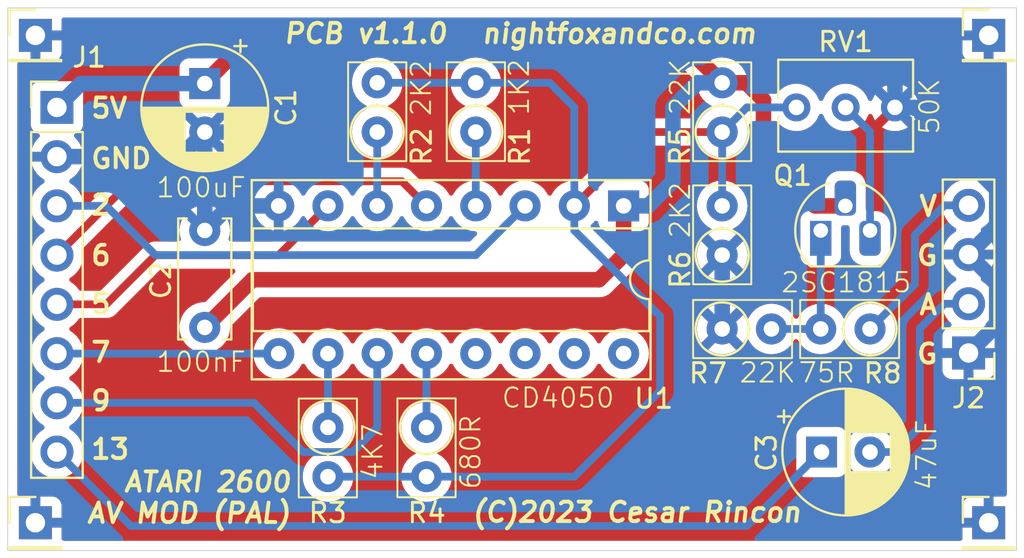
<source format=kicad_pcb>
(kicad_pcb (version 20221018) (generator pcbnew)
  (title_block (title "Atari 2600 AV MOD (PAL Version)") (date "2023-08-20") (rev "1") (comment 1 "nightfoxandco.com") (comment 2 "NightFox & Co") (comment 3 "Cesar Rincon"))
  (layers (0 "F.Cu" signal) (31 "B.Cu" signal) (34 "B.Paste" user) (35 "F.Paste" user) (36 "B.SilkS" user "B.Silkscreen") (37 "F.SilkS" user "F.Silkscreen") (38 "B.Mask" user) (39 "F.Mask" user) (44 "Edge.Cuts" user))
  (net 0 "")
  (net 1 "/+5V")
  (net 2 "/GND")
  (net 3 "Net-(Q1-E)")
  (net 4 "Net-(Q1-B)")
  (net 5 "Net-(R1-Pad1)")
  (net 6 "Net-(R1-Pad2)")
  (net 7 "Net-(R2-Pad1)")
  (net 8 "Net-(R3-Pad1)")
  (net 9 "Net-(R4-Pad1)")
  (net 12 "Net-(J1-Pin_8)")
  (net 13 "Net-(J2-Pin_2)")
  (net 14 "Net-(J1-Pin_3)")
  (net 15 "Net-(J1-Pin_4)")
  (net 16 "Net-(J1-Pin_5)")
  (net 17 "Net-(J1-Pin_6)")
  (net 18 "Net-(J1-Pin_7)")
  (net 19 "Net-(J2-Pin_4)")
  (footprint "Resistor_THT:R_Axial_DIN0207_L6.3mm_D2.5mm_P2.54mm_Vertical" (layer "F.Cu") (at 35.53 35.59 -90)
    (fp_text reference "R4" (at 4.41 -0.01 -180) (layer "F.SilkS"))
    (fp_text value "680R")
    (pad "1" thru_hole circle (at 0 0 270) (size 1.6 1.6) (drill 0.8) (layers "*.Cu" "*.Mask") (net 9 "Net-(R4-Pad1)"))
    (pad "2" thru_hole oval (at 2.54 0 270) (size 1.6 1.6) (drill 0.8) (layers "*.Cu" "*.Mask") (net 6 "Net-(R1-Pad2)"))
  )
  (footprint "Package_DIP:DIP-16_W7.62mm_Socket" (layer "F.Cu") (at 45.69 24.16 -90)
    (fp_text reference "U1" (at 9.94 -1.55 -180) (layer "F.SilkS"))
    (fp_text value "4050")
    (pad "1" thru_hole rect (at 0 0 270) (size 1.6 1.6) (drill 0.8) (layers "*.Cu" "*.Mask") (net 1 "/+5V"))
    (pad "2" thru_hole oval (at 0 2.54 270) (size 1.6 1.6) (drill 0.8) (layers "*.Cu" "*.Mask") (net 6 "Net-(R1-Pad2)"))
    (pad "3" thru_hole oval (at 0 5.08 270) (size 1.6 1.6) (drill 0.8) (layers "*.Cu" "*.Mask") (net 14 "Net-(J1-Pin_3)"))
    (pad "4" thru_hole oval (at 0 7.62 270) (size 1.6 1.6) (drill 0.8) (layers "*.Cu" "*.Mask") (net 5 "Net-(R1-Pad1)"))
    (pad "5" thru_hole oval (at 0 10.16 270) (size 1.6 1.6) (drill 0.8) (layers "*.Cu" "*.Mask") (net 15 "Net-(J1-Pin_4)"))
    (pad "6" thru_hole oval (at 0 12.7 270) (size 1.6 1.6) (drill 0.8) (layers "*.Cu" "*.Mask") (net 7 "Net-(R2-Pad1)"))
    (pad "7" thru_hole oval (at 0 15.24 270) (size 1.6 1.6) (drill 0.8) (layers "*.Cu" "*.Mask") (net 16 "Net-(J1-Pin_5)"))
    (pad "8" thru_hole oval (at 0 17.78 270) (size 1.6 1.6) (drill 0.8) (layers "*.Cu" "*.Mask") (net 2 "/GND"))
    (pad "9" thru_hole oval (at 7.62 17.78 270) (size 1.6 1.6) (drill 0.8) (layers "*.Cu" "*.Mask") (net 17 "Net-(J1-Pin_6)"))
    (pad "10" thru_hole oval (at 7.62 15.24 270) (size 1.6 1.6) (drill 0.8) (layers "*.Cu" "*.Mask") (net 8 "Net-(R3-Pad1)"))
    (pad "11" thru_hole oval (at 7.62 12.7 270) (size 1.6 1.6) (drill 0.8) (layers "*.Cu" "*.Mask") (net 18 "Net-(J1-Pin_7)"))
    (pad "12" thru_hole oval (at 7.62 10.16 270) (size 1.6 1.6) (drill 0.8) (layers "*.Cu" "*.Mask") (net 9 "Net-(R4-Pad1)"))
    (pad "13" thru_hole oval (at 7.62 7.62 270) (size 1.6 1.6) (drill 0.8) (layers "*.Cu" "*.Mask"))
    (pad "14" thru_hole oval (at 7.62 5.08 270) (size 1.6 1.6) (drill 0.8) (layers "*.Cu" "*.Mask"))
    (pad "15" thru_hole oval (at 7.62 2.54 270) (size 1.6 1.6) (drill 0.8) (layers "*.Cu" "*.Mask"))
    (pad "16" thru_hole oval (at 7.62 0 270) (size 1.6 1.6) (drill 0.8) (layers "*.Cu" "*.Mask"))
  )
  (footprint "Resistor_THT:R_Axial_DIN0207_L6.3mm_D2.5mm_P2.54mm_Vertical" (layer "F.Cu") (at 50.77 20.35 90)
    (fp_text reference "R5" (at -0.75 -2.18 90) (layer "F.SilkS"))
    (fp_text value "22K")
    (pad "1" thru_hole circle (at 0 0 90) (size 1.6 1.6) (drill 0.8) (layers "*.Cu" "*.Mask") (net 6 "Net-(R1-Pad2)"))
    (pad "2" thru_hole oval (at 2.54 0 90) (size 1.6 1.6) (drill 0.8) (layers "*.Cu" "*.Mask") (net 1 "/+5V"))
  )
  (footprint "Resistor_THT:R_Axial_DIN0207_L6.3mm_D2.5mm_P2.54mm_Vertical" (layer "F.Cu") (at 38.07 20.35 90)
    (fp_text reference "R1" (at -0.75 2.27 90) (layer "F.SilkS"))
    (fp_text value "1K2")
    (pad "1" thru_hole circle (at 0 0 90) (size 1.6 1.6) (drill 0.8) (layers "*.Cu" "*.Mask") (net 5 "Net-(R1-Pad1)"))
    (pad "2" thru_hole oval (at 2.54 0 90) (size 1.6 1.6) (drill 0.8) (layers "*.Cu" "*.Mask") (net 6 "Net-(R1-Pad2)"))
  )
  (footprint "Capacitor_THT:C_Disc_D6.0mm_W2.5mm_P5.00mm" (layer "F.Cu") (at 24.1 30.43 90)
    (fp_text reference "C2" (at 2.43 -2.26 270) (layer "F.SilkS"))
    (fp_text value "100nF")
    (pad "1" thru_hole circle (at 0 0 90) (size 1.6 1.6) (drill 0.8) (layers "*.Cu" "*.Mask") (net 1 "/+5V"))
    (pad "2" thru_hole circle (at 5 0 90) (size 1.6 1.6) (drill 0.8) (layers "*.Cu" "*.Mask") (net 2 "/GND"))
  )
  (footprint "Resistor_THT:R_Axial_DIN0207_L6.3mm_D2.5mm_P2.54mm_Vertical" (layer "F.Cu") (at 50.77 30.51)
    (fp_text reference "R7" (at -0.73 2.286) (layer "F.SilkS"))
    (fp_text value "22K")
    (pad "1" thru_hole circle (at 0 0) (size 1.6 1.6) (drill 0.8) (layers "*.Cu" "*.Mask") (net 2 "/GND"))
    (pad "2" thru_hole oval (at 2.54 0) (size 1.6 1.6) (drill 0.8) (layers "*.Cu" "*.Mask") (net 3 "Net-(Q1-E)"))
  )
  (footprint "Resistor_THT:R_Axial_DIN0207_L6.3mm_D2.5mm_P2.54mm_Vertical" (layer "F.Cu") (at 58.39 30.51 180)
    (fp_text reference "R8" (at -0.65 -2.286) (layer "F.SilkS"))
    (fp_text value "75R")
    (pad "1" thru_hole circle (at 0 0 180) (size 1.6 1.6) (drill 0.8) (layers "*.Cu" "*.Mask") (net 19 "Net-(J2-Pin_4)"))
    (pad "2" thru_hole oval (at 2.54 0 180) (size 1.6 1.6) (drill 0.8) (layers "*.Cu" "*.Mask") (net 3 "Net-(Q1-E)"))
  )
  (footprint "Connector_PinHeader_2.54mm:PinHeader_1x04_P2.54mm_Vertical" (layer "F.Cu") (at 63.47 31.75 180)
    (fp_text reference "J2" (at 0 -2.33) (layer "F.SilkS"))
    (fp_text value "OUTPUT" hide)
    (pad "1" thru_hole rect (at 0 0 180) (size 1.7 1.7) (drill 1) (layers "*.Cu" "*.Mask") (net 2 "/GND"))
    (pad "2" thru_hole oval (at 0 2.54 180) (size 1.7 1.7) (drill 1) (layers "*.Cu" "*.Mask") (net 13 "Net-(J2-Pin_2)"))
    (pad "3" thru_hole oval (at 0 5.08 180) (size 1.7 1.7) (drill 1) (layers "*.Cu" "*.Mask") (net 2 "/GND"))
    (pad "4" thru_hole oval (at 0 7.62 180) (size 1.7 1.7) (drill 1) (layers "*.Cu" "*.Mask") (net 19 "Net-(J2-Pin_4)"))
  )
  (footprint "Capacitor_THT:CP_Radial_D6.3mm_P2.50mm" (layer "F.Cu") (at 24.1 17.85 -90)
    (fp_text reference "C1" (at 1.25 -4.191 90) (layer "F.SilkS"))
    (fp_text value "100uF")
    (pad "1" thru_hole rect (at 0 0 270) (size 1.6 1.6) (drill 0.8) (layers "*.Cu" "*.Mask") (net 1 "/+5V"))
    (pad "2" thru_hole circle (at 2.5 0 270) (size 1.6 1.6) (drill 0.8) (layers "*.Cu" "*.Mask") (net 2 "/GND"))
  )
  (footprint "Connector_PinHeader_2.54mm:PinHeader_1x08_P2.54mm_Vertical" (layer "F.Cu") (at 16.48 19.08)
    (fp_text reference "J1" (at 1.66 -2.58) (layer "F.SilkS"))
    (fp_text value "INPUT")
    (pad "1" thru_hole rect (at 0 0) (size 1.7 1.7) (drill 1) (layers "*.Cu" "*.Mask") (net 1 "/+5V"))
    (pad "2" thru_hole oval (at 0 2.54) (size 1.7 1.7) (drill 1) (layers "*.Cu" "*.Mask") (net 2 "/GND"))
    (pad "3" thru_hole oval (at 0 5.08) (size 1.7 1.7) (drill 1) (layers "*.Cu" "*.Mask") (net 14 "Net-(J1-Pin_3)"))
    (pad "4" thru_hole oval (at 0 7.62) (size 1.7 1.7) (drill 1) (layers "*.Cu" "*.Mask") (net 15 "Net-(J1-Pin_4)"))
    (pad "5" thru_hole oval (at 0 10.16) (size 1.7 1.7) (drill 1) (layers "*.Cu" "*.Mask") (net 16 "Net-(J1-Pin_5)"))
    (pad "6" thru_hole oval (at 0 12.7) (size 1.7 1.7) (drill 1) (layers "*.Cu" "*.Mask") (net 17 "Net-(J1-Pin_6)"))
    (pad "7" thru_hole oval (at 0 15.24) (size 1.7 1.7) (drill 1) (layers "*.Cu" "*.Mask") (net 18 "Net-(J1-Pin_7)"))
    (pad "8" thru_hole oval (at 0 17.78) (size 1.7 1.7) (drill 1) (layers "*.Cu" "*.Mask") (net 12 "Net-(J1-Pin_8)"))
  )
  (footprint "Connector_PinHeader_2.54mm:PinHeader_1x01_P2.54mm_Vertical" (layer "F.Cu") (at 15.371146 15.363548)
    (fp_text reference "J3" hide)
    (fp_text value "Conn_01x01_Pin" hide)
    (pad "1" thru_hole rect (at 0 0) (size 1.7 1.7) (drill 1) (layers "*.Cu" "*.Mask") (net 2 "/GND"))
  )
  (footprint "Resistor_THT:R_Axial_DIN0207_L6.3mm_D2.5mm_P2.54mm_Vertical" (layer "F.Cu") (at 30.45 35.59 -90)
    (fp_text reference "R3" (at 4.41 0.01 -180) (layer "F.SilkS"))
    (fp_text value "4K7")
    (pad "1" thru_hole circle (at 0 0 270) (size 1.6 1.6) (drill 0.8) (layers "*.Cu" "*.Mask") (net 8 "Net-(R3-Pad1)"))
    (pad "2" thru_hole oval (at 2.54 0 270) (size 1.6 1.6) (drill 0.8) (layers "*.Cu" "*.Mask") (net 6 "Net-(R1-Pad2)"))
  )
  (footprint "Connector_PinHeader_2.54mm:PinHeader_1x01_P2.54mm_Vertical" (layer "F.Cu") (at 64.506439 40.507248)
    (fp_text reference "J6" hide)
    (fp_text value "Conn_01x01_Pin" hide)
    (pad "1" thru_hole rect (at 0 0) (size 1.7 1.7) (drill 1) (layers "*.Cu" "*.Mask") (net 2 "/GND"))
  )
  (footprint "Resistor_THT:R_Axial_DIN0207_L6.3mm_D2.5mm_P2.54mm_Vertical" (layer "F.Cu") (at 50.77 26.7 90)
    (fp_text reference "R6" (at -0.75 -2.159 90) (layer "F.SilkS"))
    (fp_text value "2K2")
    (pad "1" thru_hole circle (at 0 0 90) (size 1.6 1.6) (drill 0.8) (layers "*.Cu" "*.Mask") (net 2 "/GND"))
    (pad "2" thru_hole oval (at 2.54 0 90) (size 1.6 1.6) (drill 0.8) (layers "*.Cu" "*.Mask") (net 6 "Net-(R1-Pad2)"))
  )
  (footprint "Package_TO_SOT_THT:TO-92_HandSolder" (layer "F.Cu") (at 55.85 25.43)
    (fp_text reference "Q1" (at -1.45 -2.83) (layer "F.SilkS"))
    (fp_text value "2SC1815")
    (pad "1" thru_hole rect (at 0 0) (size 1.1 1.8) (drill 0.75 (offset 0 0.4)) (layers "*.Cu" "*.Mask") (net 3 "Net-(Q1-E)"))
    (pad "2" thru_hole roundrect (at 1.27 -1.27) (size 1.1 1.8) (drill 0.75 (offset 0 -0.4)) (layers "*.Cu" "*.Mask") (net 1 "/+5V"))
    (pad "3" thru_hole roundrect (at 2.54 0) (size 1.1 1.8) (drill 0.75 (offset 0 0.4)) (layers "*.Cu" "*.Mask") (net 4 "Net-(Q1-B)"))
  )
  (footprint "Connector_PinHeader_2.54mm:PinHeader_1x01_P2.54mm_Vertical" (layer "F.Cu") (at 15.371146 40.507248)
    (fp_text reference "J5" hide)
    (fp_text value "Conn_01x01_Pin" hide)
    (pad "1" thru_hole rect (at 0 0) (size 1.7 1.7) (drill 1) (layers "*.Cu" "*.Mask") (net 2 "/GND"))
  )
  (footprint "Capacitor_THT:CP_Radial_D6.3mm_P2.50mm" (layer "F.Cu") (at 55.89 36.86)
    (fp_text reference "C3" (at -2.834 0.04 90) (layer "F.SilkS"))
    (fp_text value "47uF")
    (pad "1" thru_hole rect (at 0 0) (size 1.6 1.6) (drill 0.8) (layers "*.Cu" "*.Mask") (net 12 "Net-(J1-Pin_8)"))
    (pad "2" thru_hole circle (at 2.5 0) (size 1.6 1.6) (drill 0.8) (layers "*.Cu" "*.Mask") (net 13 "Net-(J2-Pin_2)"))
  )
  (footprint "Connector_PinHeader_2.54mm:PinHeader_1x01_P2.54mm_Vertical" (layer "F.Cu") (at 64.506439 15.363548)
    (fp_text reference "J4" hide)
    (fp_text value "Conn_01x01_Pin" hide)
    (pad "1" thru_hole rect (at 0 0) (size 1.7 1.7) (drill 1) (layers "*.Cu" "*.Mask") (net 2 "/GND"))
  )
  (footprint "Resistor_THT:R_Axial_DIN0207_L6.3mm_D2.5mm_P2.54mm_Vertical" (layer "F.Cu") (at 32.99 20.35 90)
    (fp_text reference "R2" (at -0.75 2.286 90) (layer "F.SilkS"))
    (fp_text value "2K2")
    (pad "1" thru_hole circle (at 0 0 90) (size 1.6 1.6) (drill 0.8) (layers "*.Cu" "*.Mask") (net 7 "Net-(R2-Pad1)"))
    (pad "2" thru_hole oval (at 2.54 0 90) (size 1.6 1.6) (drill 0.8) (layers "*.Cu" "*.Mask") (net 6 "Net-(R1-Pad2)"))
  )
  (footprint "Potentiometer_THT:Potentiometer_Bourns_3266Y_Vertical" (layer "F.Cu") (at 54.595 19.08 180)
    (fp_text reference "RV1" (at -2.535 3.38) (layer "F.SilkS"))
    (fp_text value "50K")
    (pad "1" thru_hole circle (at 0 0 180) (size 1.44 1.44) (drill 0.8) (layers "*.Cu" "*.Mask") (net 6 "Net-(R1-Pad2)"))
    (pad "2" thru_hole circle (at -2.54 0 180) (size 1.44 1.44) (drill 0.8) (layers "*.Cu" "*.Mask") (net 4 "Net-(Q1-B)"))
    (pad "3" thru_hole circle (at -5.08 0 180) (size 1.44 1.44) (drill 0.8) (layers "*.Cu" "*.Mask") (net 2 "/GND"))
  )
  (gr_rect (start 34.0294 34.091148) (end 37.0294 39.191148) (stroke (width 0.1)) (fill none) (layer "F.SilkS"))
  (gr_rect (start 31.49 16.75) (end 34.49 21.85) (stroke (width 0.1)) (fill none) (layer "F.SilkS"))
  (gr_rect (start 36.574294 16.74916) (end 39.574294 21.84916) (stroke (width 0.1)) (fill none) (layer "F.SilkS"))
  (gr_rect (start 49.270594 23.104153) (end 52.270594 28.204153) (stroke (width 0.1)) (fill none) (layer "F.SilkS"))
  (gr_rect (start 28.943926 34.099137) (end 31.943926 39.199137) (stroke (width 0.1)) (fill none) (layer "F.SilkS"))
  (gr_rect (start 49.271706 29.013277) (end 54.371706 32.013277) (stroke (width 0.1)) (fill none) (layer "F.SilkS"))
  (gr_rect (start 54.789161 29.013958) (end 59.889161 32.013958) (stroke (width 0.1)) (fill none) (layer "F.SilkS"))
  (gr_rect (start 49.268234 16.751793) (end 52.268234 21.851793) (stroke (width 0.1)) (fill none) (layer "F.SilkS"))
  (gr_rect (start 13.94 13.94) (end 65.94 41.94) (stroke (width 0.05)) (fill none) (layer "Edge.Cuts"))
  (gr_text "2K2" (at 49.19 25.9 90) (layer "F.SilkS") (effects (font (size 1 1) (thickness 0.1)) (justify left bottom)))
  (gr_text "CD4050" (at 39.34 34.65) (layer "F.SilkS") (effects (font (size 1 1) (thickness 0.1)) (justify left bottom)))
  (gr_text "50K" (at 62.04 20.55 90) (layer "F.SilkS") (effects (font (size 1 1) (thickness 0.1)) (justify left bottom)))
  (gr_text "2" (at 18.14 24.7) (layer "F.SilkS") (effects (font (size 1 1) (thickness 0.2) bold) (justify left bottom)))
  (gr_text "6" (at 18.14 27.3) (layer "F.SilkS") (effects (font (size 1 1) (thickness 0.2) bold) (justify left bottom)))
  (gr_text "G" (at 60.706 27.305) (layer "F.SilkS") (effects (font (size 1 1) (thickness 0.2) bold) (justify left bottom)))
  (gr_text "75R" (at 54.64 33.35) (layer "F.SilkS") (effects (font (size 1 1) (thickness 0.1)) (justify left bottom)))
  (gr_text "V" (at 60.833 24.765) (layer "F.SilkS") (effects (font (size 1 1) (thickness 0.2) bold) (justify left bottom)))
  (gr_text "5" (at 18.14 29.8) (layer "F.SilkS") (effects (font (size 1 1) (thickness 0.2) bold) (justify left bottom)))
  (gr_text "7" (at 18.14 32.3) (layer "F.SilkS") (effects (font (size 1 1) (thickness 0.2) bold) (justify left bottom)))
  (gr_text "47uF" (at 61.89 38.9 90) (layer "F.SilkS") (effects (font (size 1 1) (thickness 0.1)) (justify left bottom)))
  (gr_text "22K" (at 49.19 19.55 90) (layer "F.SilkS") (effects (font (size 1 1) (thickness 0.1)) (justify left bottom)))
  (gr_text "680R" (at 38.39 38.85 90) (layer "F.SilkS") (effects (font (size 1 1) (thickness 0.1)) (justify left bottom)))
  (gr_text "G" (at 60.706 32.385) (layer "F.SilkS") (effects (font (size 1 1) (thickness 0.2) bold) (justify left bottom)))
  (gr_text "100uF" (at 21.54 23.8) (layer "F.SilkS") (effects (font (size 1 1) (thickness 0.1)) (justify left bottom)))
  (gr_text "1K2" (at 40.89 19.55 90) (layer "F.SilkS") (effects (font (size 1 1) (thickness 0.1)) (justify left bottom)))
  (gr_text "13" (at 18.14 37.3) (layer "F.SilkS") (effects (font (size 1 1) (thickness 0.2) bold) (justify left bottom)))
  (gr_text "9" (at 18.14 34.8) (layer "F.SilkS") (effects (font (size 1 1) (thickness 0.2) bold) (justify left bottom)))
  (gr_text "PCB v1.1.0" (at 28.09 15.85) (layer "F.SilkS") (effects (font (size 1 1) (thickness 0.2) bold italic) (justify left bottom)))
  (gr_text "5V" (at 18.14 19.7) (layer "F.SilkS") (effects (font (size 1 1) (thickness 0.2) bold) (justify left bottom)))
  (gr_text "nightfoxandco.com" (at 38.29 15.85) (layer "F.SilkS") (effects (font (size 1 1) (thickness 0.2) bold italic) (justify left bottom)))
  (gr_text "A" (at 60.833 29.845) (layer "F.SilkS") (effects (font (size 1 1) (thickness 0.2) bold) (justify left bottom)))
  (gr_text "(C)2023 Cesar Rincon" (at 37.79 40.55) (layer "F.SilkS") (effects (font (size 1 1) (thickness 0.2) bold italic) (justify left bottom)))
  (gr_text "4K7" (at 33.34 38.35 90) (layer "F.SilkS") (effects (font (size 1 1) (thickness 0.1)) (justify left bottom)))
  (gr_text "ATARI 2600\nAV MOD (PAL)" (at 28.64 40.6) (layer "F.SilkS") (effects (font (size 1 1) (thickness 0.2) bold italic) (justify right bottom)))
  (gr_text "22K" (at 51.59 33.35) (layer "F.SilkS") (effects (font (size 1 1) (thickness 0.1)) (justify left bottom)))
  (gr_text "2K2" (at 35.84 19.6 90) (layer "F.SilkS") (effects (font (size 1 1) (thickness 0.1)) (justify left bottom)))
  (gr_text "100nF" (at 21.54 32.8) (layer "F.SilkS") (effects (font (size 1 1) (thickness 0.1)) (justify left bottom)))
  (gr_text "GND" (at 18.14 22.3) (layer "F.SilkS") (effects (font (size 1 1) (thickness 0.2) bold) (justify left bottom)))
  (gr_text "2SC1815" (at 53.74 28.7) (layer "F.SilkS") (effects (font (size 1 1) (thickness 0.1)) (justify left bottom)))
  (segment (start 50.77 17.81) (end 52.01 17.81) (width 0.8) (layer "F.Cu") (net 1))
  (segment (start 26.64 15.27) (end 48.23 15.27) (width 0.8) (layer "F.Cu") (net 1))
  (segment (start 55.56 24.16) (end 57.12 24.16) (width 0.8) (layer "F.Cu") (net 1))
  (segment (start 44.42 27.97) (end 45.69 26.7) (width 0.8) (layer "F.Cu") (net 1))
  (segment (start 24.1 30.43) (end 26.56 27.97) (width 0.8) (layer "F.Cu") (net 1))
  (segment (start 24.1 17.81) (end 26.64 15.27) (width 0.8) (layer "F.Cu") (net 1))
  (segment (start 52.9 21.5) (end 55.56 24.16) (width 0.8) (layer "F.Cu") (net 1))
  (segment (start 26.56 27.97) (end 44.42 27.97) (width 0.8) (layer "F.Cu") (net 1))
  (segment (start 45.69 26.7) (end 45.69 24.16) (width 0.8) (layer "F.Cu") (net 1))
  (segment (start 52.01 17.81) (end 52.9 18.7) (width 0.8) (layer "F.Cu") (net 1))
  (segment (start 48.23 15.27) (end 50.77 17.81) (width 0.8) (layer "F.Cu") (net 1))
  (segment (start 52.9 18.7) (end 52.9 21.5) (width 0.8) (layer "F.Cu") (net 1))
  (segment (start 50.77 17.81) (end 49.5 17.81) (width 0.8) (layer "B.Cu") (net 1))
  (segment (start 49.5 17.81) (end 48.23 19.08) (width 0.8) (layer "B.Cu") (net 1))
  (segment (start 46.96 24.16) (end 45.69 24.16) (width 0.8) (layer "B.Cu") (net 1))
  (segment (start 17.71 17.85) (end 16.48 19.08) (width 0.8) (layer "B.Cu") (net 1))
  (segment (start 48.23 22.89) (end 46.96 24.16) (width 0.8) (layer "B.Cu") (net 1))
  (segment (start 24.1 17.85) (end 17.71 17.85) (width 0.8) (layer "B.Cu") (net 1))
  (segment (start 48.23 19.08) (end 48.23 22.89) (width 0.8) (layer "B.Cu") (net 1))
  (segment (start 64.92 25.22) (end 63.47 26.67) (width 0.8) (layer "B.Cu") (net 2))
  (segment (start 59.675 17.825) (end 59.675 19.08) (width 0.8) (layer "B.Cu") (net 2))
  (segment (start 24.1 20.35) (end 24.1 25.43) (width 0.8) (layer "B.Cu") (net 2))
  (segment (start 24.1 20.35) (end 22.83 21.62) (width 0.8) (layer "B.Cu") (net 2))
  (segment (start 64.92 30.3) (end 63.47 31.75) (width 0.8) (layer "B.Cu") (net 2))
  (segment (start 50.77 26.7) (end 50.77 30.51) (width 0.8) (layer "B.Cu") (net 2))
  (segment (start 27.91 24.16) (end 25.37 24.16) (width 0.8) (layer "B.Cu") (net 2))
  (segment (start 26.64 20.35) (end 31.72 15.27) (width 0.8) (layer "B.Cu") (net 2))
  (segment (start 24.1 20.35) (end 26.64 20.35) (width 0.8) (layer "B.Cu") (net 2))
  (segment (start 64.92 28.12) (end 64.92 30.3) (width 0.8) (layer "B.Cu") (net 2))
  (segment (start 59.675 19.08) (end 60.693233 19.08) (width 0.8) (layer "B.Cu") (net 2))
  (segment (start 31.72 15.27) (end 57.12 15.27) (width 0.8) (layer "B.Cu") (net 2))
  (segment (start 64.92 23.306767) (end 64.92 25.22) (width 0.8) (layer "B.Cu") (net 2))
  (segment (start 22.83 21.62) (end 16.48 21.62) (width 0.8) (layer "B.Cu") (net 2))
  (segment (start 57.12 15.27) (end 59.675 17.825) (width 0.8) (layer "B.Cu") (net 2))
  (segment (start 63.47 26.67) (end 64.92 28.12) (width 0.8) (layer "B.Cu") (net 2))
  (segment (start 60.693233 19.08) (end 64.92 23.306767) (width 0.8) (layer "B.Cu") (net 2))
  (segment (start 25.37 24.16) (end 24.1 25.43) (width 0.8) (layer "B.Cu") (net 2))
  (segment (start 55.85 30.51) (end 53.31 30.51) (width 0.4) (layer "B.Cu") (net 3))
  (segment (start 55.85 25.43) (end 55.85 30.51) (width 0.4) (layer "B.Cu") (net 3))
  (segment (start 58.39 20.335) (end 58.39 25.43) (width 0.4) (layer "B.Cu") (net 4))
  (segment (start 57.135 19.08) (end 58.39 20.335) (width 0.4) (layer "B.Cu") (net 4))
  (segment (start 38.07 20.35) (end 38.07 24.16) (width 0.4) (layer "B.Cu") (net 5))
  (segment (start 43.15 24.16) (end 46.96 20.35) (width 0.4) (layer "F.Cu") (net 6))
  (segment (start 46.96 20.35) (end 50.77 20.35) (width 0.4) (layer "F.Cu") (net 6))
  (segment (start 43.15 24.16) (end 43.15 19.08) (width 0.4) (layer "B.Cu") (net 6))
  (segment (start 52.04 19.08) (end 50.77 20.35) (width 0.4) (layer "B.Cu") (net 6))
  (segment (start 41.88 17.81) (end 38.07 17.81) (width 0.4) (layer "B.Cu") (net 6))
  (segment (start 47.572744 33.707256) (end 47.572744 29.852744) (width 0.4) (layer "B.Cu") (net 6))
  (segment (start 43.15 38.13) (end 47.572744 33.707256) (width 0.4) (layer "B.Cu") (net 6))
  (segment (start 43.15 25.43) (end 43.15 24.16) (width 0.4) (layer "B.Cu") (net 6))
  (segment (start 54.595 19.08) (end 52.04 19.08) (width 0.4) (layer "B.Cu") (net 6))
  (segment (start 47.572744 29.852744) (end 43.15 25.43) (width 0.4) (layer "B.Cu") (net 6))
  (segment (start 35.53 38.13) (end 43.15 38.13) (width 0.4) (layer "B.Cu") (net 6))
  (segment (start 32.99 17.81) (end 38.07 17.81) (width 0.4) (layer "B.Cu") (net 6))
  (segment (start 43.15 19.08) (end 41.88 17.81) (width 0.4) (layer "B.Cu") (net 6))
  (segment (start 30.45 38.13) (end 35.53 38.13) (width 0.4) (layer "B.Cu") (net 6))
  (segment (start 50.77 20.35) (end 50.77 24.16) (width 0.4) (layer "B.Cu") (net 6))
  (segment (start 32.99 20.35) (end 32.99 24.16) (width 0.4) (layer "B.Cu") (net 7))
  (segment (start 30.45 35.59) (end 30.45 31.78) (width 0.4) (layer "B.Cu") (net 8))
  (segment (start 35.53 35.59) (end 35.53 31.78) (width 0.4) (layer "B.Cu") (net 9))
  (segment (start 52.04 40.67) (end 55.85 36.86) (width 0.4) (layer "B.Cu") (net 12))
  (segment (start 16.48 36.86) (end 20.29 40.67) (width 0.4) (layer "B.Cu") (net 12))
  (segment (start 20.29 40.67) (end 52.04 40.67) (width 0.4) (layer "B.Cu") (net 12))
  (segment (start 59.66 36.86) (end 58.39 36.86) (width 0.4) (layer "B.Cu") (net 13))
  (segment (start 63.47 29.21) (end 62.23 29.21) (width 0.4) (layer "B.Cu") (net 13))
  (segment (start 62.23 29.21) (end 60.96 30.48) (width 0.4) (layer "B.Cu") (net 13))
  (segment (start 60.96 30.48) (end 60.96 35.56) (width 0.4) (layer "B.Cu") (net 13))
  (segment (start 60.96 35.56) (end 59.66 36.86) (width 0.4) (layer "B.Cu") (net 13))
  (segment (start 21.56 26.7) (end 19.02 24.16) (width 0.4) (layer "B.Cu") (net 14))
  (segment (start 19.02 24.16) (end 16.48 24.16) (width 0.4) (layer "B.Cu") (net 14))
  (segment (start 40.61 24.16) (end 38.07 26.7) (width 0.4) (layer "B.Cu") (net 14))
  (segment (start 38.07 26.7) (end 21.56 26.7) (width 0.4) (layer "B.Cu") (net 14))
  (segment (start 20.29 22.89) (end 34.26 22.89) (width 0.4) (layer "F.Cu") (net 15))
  (segment (start 34.26 22.89) (end 35.53 24.16) (width 0.4) (layer "F.Cu") (net 15))
  (segment (start 16.48 26.7) (end 20.29 22.89) (width 0.4) (layer "F.Cu") (net 15))
  (segment (start 21.56 26.7) (end 27.91 26.7) (width 0.4) (layer "F.Cu") (net 16))
  (segment (start 16.48 29.24) (end 19.02 29.24) (width 0.4) (layer "F.Cu") (net 16))
  (segment (start 19.02 29.24) (end 21.56 26.7) (width 0.4) (layer "F.Cu") (net 16))
  (segment (start 27.91 26.7) (end 30.45 24.16) (width 0.4) (layer "F.Cu") (net 16))
  (segment (start 16.48 31.78) (end 27.91 31.78) (width 0.4) (layer "B.Cu") (net 17))
  (segment (start 32.99 31.78) (end 32.99 35.59) (width 0.4) (layer "B.Cu") (net 18))
  (segment (start 31.72 36.86) (end 29.18 36.86) (width 0.4) (layer "B.Cu") (net 18))
  (segment (start 29.18 36.86) (end 26.64 34.32) (width 0.4) (layer "B.Cu") (net 18))
  (segment (start 26.64 34.32) (end 16.48 34.32) (width 0.4) (layer "B.Cu") (net 18))
  (segment (start 32.99 35.59) (end 31.72 36.86) (width 0.4) (layer "B.Cu") (net 18))
  (segment (start 63.47 24.13) (end 62.23 24.13) (width 0.4) (layer "B.Cu") (net 19))
  (segment (start 60.706 28.194) (end 58.39 30.51) (width 0.4) (layer "B.Cu") (net 19))
  (segment (start 62.23 24.13) (end 60.706 25.654) (width 0.4) (layer "B.Cu") (net 19))
  (segment (start 60.706 25.654) (end 60.706 28.194) (width 0.4) (layer "B.Cu") (net 19))
  (zone (net 2) (net_name "/GND") (layers "F&B.Cu") (connect_pads (clearance 0.5)) (min_thickness 0.25) (fill yes (thermal_gap 0.5) (thermal_bridge_width 0.5))
    (polygon (pts (xy 13.97 13.97) (xy 65.91 13.97) (xy 65.91 41.91) (xy 13.97 41.91)))
  )
)
</source>
